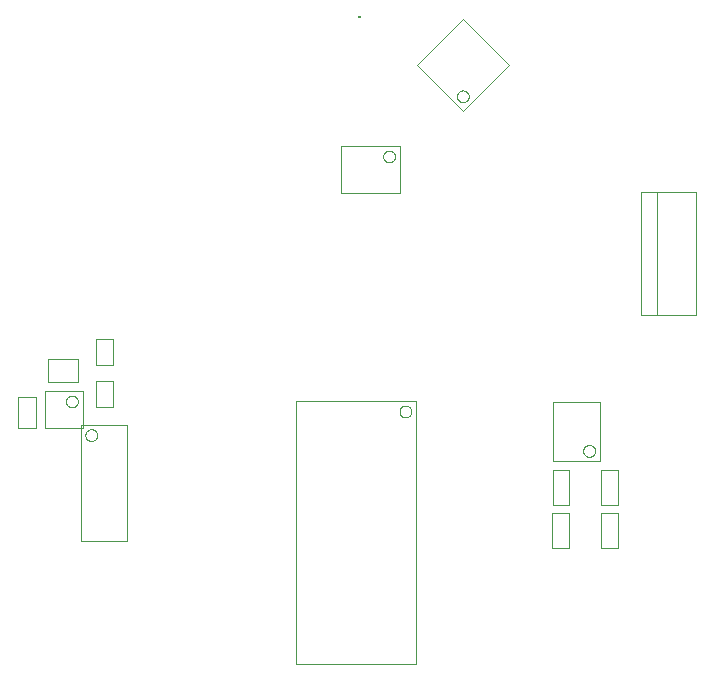
<source format=gbr>
%FSDAX24Y24*%
%MOIN*%
%SFA1B1*%

%IPPOS*%
%ADD63C,0.003900*%
%ADD67C,0.000000*%
%LNde-020717_mechanical_13-1*%
%LPD*%
G54D63*
X016825Y019738D02*
D01*
X016824Y019751*
X016823Y019765*
X016820Y019778*
X016817Y019792*
X016813Y019805*
X016807Y019818*
X016801Y019830*
X016795Y019842*
X016787Y019853*
X016778Y019864*
X016769Y019874*
X016759Y019884*
X016749Y019893*
X016738Y019901*
X016726Y019908*
X016714Y019915*
X016701Y019920*
X016688Y019925*
X016675Y019929*
X016662Y019932*
X016648Y019933*
X016634Y019934*
X016621*
X016607Y019933*
X016593Y019932*
X016580Y019929*
X016567Y019925*
X016554Y019920*
X016541Y019915*
X016529Y019908*
X016517Y019901*
X016506Y019893*
X016496Y019884*
X016486Y019874*
X016477Y019864*
X016468Y019853*
X016460Y019842*
X016454Y019830*
X016448Y019818*
X016442Y019805*
X016438Y019792*
X016435Y019778*
X016432Y019765*
X016431Y019751*
X016431Y019738*
X016431Y019724*
X016432Y019710*
X016435Y019697*
X016438Y019683*
X016442Y019670*
X016448Y019657*
X016454Y019645*
X016460Y019633*
X016468Y019622*
X016477Y019611*
X016486Y019601*
X016496Y019591*
X016506Y019582*
X016517Y019574*
X016529Y019567*
X016541Y019560*
X016554Y019555*
X016567Y019550*
X016580Y019546*
X016593Y019543*
X016607Y019542*
X016621Y019541*
X016634*
X016648Y019542*
X016662Y019543*
X016675Y019546*
X016688Y019550*
X016701Y019555*
X016714Y019560*
X016726Y019567*
X016738Y019574*
X016749Y019582*
X016759Y019591*
X016769Y019601*
X016778Y019611*
X016787Y019622*
X016795Y019633*
X016801Y019645*
X016807Y019657*
X016813Y019670*
X016817Y019683*
X016820Y019697*
X016823Y019710*
X016824Y019724*
X016825Y019738*
X014368Y017733D02*
D01*
X014367Y017746*
X014366Y017760*
X014363Y017773*
X014360Y017787*
X014356Y017800*
X014350Y017813*
X014344Y017825*
X014338Y017837*
X014330Y017848*
X014321Y017859*
X014312Y017869*
X014302Y017879*
X014292Y017888*
X014281Y017896*
X014269Y017903*
X014257Y017910*
X014244Y017915*
X014231Y017920*
X014218Y017924*
X014205Y017927*
X014191Y017928*
X014177Y017929*
X014164*
X014150Y017928*
X014136Y017927*
X014123Y017924*
X014110Y017920*
X014097Y017915*
X014084Y017910*
X014072Y017903*
X014060Y017896*
X014049Y017888*
X014039Y017879*
X014029Y017869*
X014020Y017859*
X014011Y017848*
X014003Y017837*
X013997Y017825*
X013991Y017813*
X013985Y017800*
X013981Y017787*
X013978Y017773*
X013975Y017760*
X013974Y017746*
X013974Y017733*
X013974Y017719*
X013975Y017705*
X013978Y017692*
X013981Y017678*
X013985Y017665*
X013991Y017652*
X013997Y017640*
X014003Y017628*
X014011Y017617*
X014020Y017606*
X014029Y017596*
X014039Y017586*
X014049Y017577*
X014060Y017569*
X014072Y017562*
X014084Y017555*
X014097Y017550*
X014110Y017545*
X014123Y017541*
X014136Y017538*
X014150Y017537*
X014164Y017536*
X014177*
X014191Y017537*
X014205Y017538*
X014218Y017541*
X014231Y017545*
X014244Y017550*
X014257Y017555*
X014269Y017562*
X014281Y017569*
X014292Y017577*
X014302Y017586*
X014312Y017596*
X014321Y017606*
X014330Y017617*
X014338Y017628*
X014344Y017640*
X014350Y017652*
X014356Y017665*
X014360Y017678*
X014363Y017692*
X014366Y017705*
X014367Y017719*
X014368Y017733*
X021035Y007920D02*
D01*
X021034Y007933*
X021033Y007947*
X021030Y007960*
X021027Y007974*
X021023Y007987*
X021017Y008000*
X021011Y008012*
X021005Y008024*
X020997Y008035*
X020988Y008046*
X020979Y008056*
X020969Y008066*
X020959Y008075*
X020948Y008083*
X020936Y008090*
X020924Y008097*
X020911Y008102*
X020898Y008107*
X020885Y008111*
X020872Y008114*
X020858Y008115*
X020844Y008116*
X020831*
X020817Y008115*
X020803Y008114*
X020790Y008111*
X020777Y008107*
X020764Y008102*
X020751Y008097*
X020739Y008090*
X020727Y008083*
X020716Y008075*
X020706Y008066*
X020696Y008056*
X020687Y008046*
X020678Y008035*
X020670Y008024*
X020664Y008012*
X020658Y008000*
X020652Y007987*
X020648Y007974*
X020645Y007960*
X020642Y007947*
X020641Y007933*
X020641Y007920*
X020641Y007906*
X020642Y007892*
X020645Y007879*
X020648Y007865*
X020652Y007852*
X020658Y007839*
X020664Y007827*
X020670Y007815*
X020678Y007804*
X020687Y007793*
X020696Y007783*
X020706Y007773*
X020716Y007764*
X020727Y007756*
X020739Y007749*
X020751Y007742*
X020764Y007737*
X020777Y007732*
X020790Y007728*
X020803Y007725*
X020817Y007724*
X020831Y007723*
X020844*
X020858Y007724*
X020872Y007725*
X020885Y007728*
X020898Y007732*
X020911Y007737*
X020924Y007742*
X020936Y007749*
X020948Y007756*
X020959Y007764*
X020969Y007773*
X020979Y007783*
X020988Y007793*
X020997Y007804*
X021005Y007815*
X021011Y007827*
X021017Y007839*
X021023Y007852*
X021027Y007865*
X021030Y007879*
X021033Y007892*
X021034Y007906*
X021035Y007920*
X004439Y008444D02*
D01*
X004438Y008457*
X004437Y008471*
X004434Y008484*
X004431Y008498*
X004427Y008511*
X004421Y008524*
X004415Y008536*
X004409Y008548*
X004401Y008559*
X004392Y008570*
X004383Y008580*
X004373Y008590*
X004363Y008599*
X004352Y008607*
X004340Y008614*
X004328Y008621*
X004315Y008626*
X004302Y008631*
X004289Y008635*
X004276Y008638*
X004262Y008639*
X004248Y008640*
X004235*
X004221Y008639*
X004207Y008638*
X004194Y008635*
X004181Y008631*
X004168Y008626*
X004155Y008621*
X004143Y008614*
X004131Y008607*
X004120Y008599*
X004110Y008590*
X004100Y008580*
X004091Y008570*
X004082Y008559*
X004074Y008548*
X004068Y008536*
X004062Y008524*
X004056Y008511*
X004052Y008498*
X004049Y008484*
X004046Y008471*
X004045Y008457*
X004045Y008444*
X004045Y008430*
X004046Y008416*
X004049Y008403*
X004052Y008389*
X004056Y008376*
X004062Y008363*
X004068Y008351*
X004074Y008339*
X004082Y008328*
X004091Y008317*
X004100Y008307*
X004110Y008297*
X004120Y008288*
X004131Y008280*
X004143Y008273*
X004155Y008266*
X004168Y008261*
X004181Y008256*
X004194Y008252*
X004207Y008249*
X004221Y008248*
X004235Y008247*
X004248*
X004262Y008248*
X004276Y008249*
X004289Y008252*
X004302Y008256*
X004315Y008261*
X004328Y008266*
X004340Y008273*
X004352Y008280*
X004363Y008288*
X004373Y008297*
X004383Y008307*
X004392Y008317*
X004401Y008328*
X004409Y008339*
X004415Y008351*
X004421Y008363*
X004427Y008376*
X004431Y008389*
X004434Y008403*
X004437Y008416*
X004438Y008430*
X004439Y008444*
X014910Y009235D02*
D01*
X014909Y009248*
X014908Y009262*
X014905Y009275*
X014902Y009289*
X014898Y009302*
X014892Y009315*
X014886Y009327*
X014880Y009339*
X014872Y009350*
X014863Y009361*
X014854Y009371*
X014844Y009381*
X014834Y009390*
X014823Y009398*
X014811Y009405*
X014799Y009412*
X014786Y009417*
X014773Y009422*
X014760Y009426*
X014747Y009429*
X014733Y009430*
X014719Y009431*
X014706*
X014692Y009430*
X014678Y009429*
X014665Y009426*
X014652Y009422*
X014639Y009417*
X014626Y009412*
X014614Y009405*
X014602Y009398*
X014591Y009390*
X014581Y009381*
X014571Y009371*
X014562Y009361*
X014553Y009350*
X014545Y009339*
X014539Y009327*
X014533Y009315*
X014527Y009302*
X014523Y009289*
X014520Y009275*
X014517Y009262*
X014516Y009248*
X014516Y009235*
X014516Y009221*
X014517Y009207*
X014520Y009194*
X014523Y009180*
X014527Y009167*
X014533Y009154*
X014539Y009142*
X014545Y009130*
X014553Y009119*
X014562Y009108*
X014571Y009098*
X014581Y009088*
X014591Y009079*
X014602Y009071*
X014614Y009064*
X014626Y009057*
X014639Y009052*
X014652Y009047*
X014665Y009043*
X014678Y009040*
X014692Y009039*
X014706Y009038*
X014719*
X014733Y009039*
X014747Y009040*
X014760Y009043*
X014773Y009047*
X014786Y009052*
X014799Y009057*
X014811Y009064*
X014823Y009071*
X014834Y009079*
X014844Y009088*
X014854Y009098*
X014863Y009108*
X014872Y009119*
X014880Y009130*
X014886Y009142*
X014892Y009154*
X014898Y009167*
X014902Y009180*
X014905Y009194*
X014908Y009207*
X014909Y009221*
X014910Y009235*
X003793Y009566D02*
D01*
X003792Y009579*
X003791Y009593*
X003788Y009606*
X003785Y009620*
X003781Y009633*
X003775Y009646*
X003769Y009658*
X003763Y009670*
X003755Y009681*
X003746Y009692*
X003737Y009702*
X003727Y009712*
X003717Y009721*
X003706Y009729*
X003694Y009736*
X003682Y009743*
X003669Y009748*
X003656Y009753*
X003643Y009757*
X003630Y009760*
X003616Y009761*
X003602Y009762*
X003589*
X003575Y009761*
X003561Y009760*
X003548Y009757*
X003535Y009753*
X003522Y009748*
X003509Y009743*
X003497Y009736*
X003485Y009729*
X003474Y009721*
X003464Y009712*
X003454Y009702*
X003445Y009692*
X003436Y009681*
X003428Y009670*
X003422Y009658*
X003416Y009646*
X003410Y009633*
X003406Y009620*
X003403Y009606*
X003400Y009593*
X003399Y009579*
X003399Y009566*
X003399Y009552*
X003400Y009538*
X003403Y009525*
X003406Y009511*
X003410Y009498*
X003416Y009485*
X003422Y009473*
X003428Y009461*
X003436Y009450*
X003445Y009439*
X003454Y009429*
X003464Y009419*
X003474Y009410*
X003485Y009402*
X003497Y009395*
X003509Y009388*
X003522Y009383*
X003535Y009378*
X003548Y009374*
X003561Y009371*
X003575Y009370*
X003589Y009369*
X003602*
X003616Y009370*
X003630Y009371*
X003643Y009374*
X003656Y009378*
X003669Y009383*
X003682Y009388*
X003694Y009395*
X003706Y009402*
X003717Y009410*
X003727Y009419*
X003737Y009429*
X003746Y009439*
X003755Y009450*
X003763Y009461*
X003769Y009473*
X003775Y009485*
X003781Y009498*
X003785Y009511*
X003788Y009525*
X003791Y009538*
X003792Y009552*
X003793Y009566*
X016628Y019237D02*
X018159Y020768D01*
X015097D02*
X016628Y022300D01*
X015097Y020768D02*
X016628Y019237D01*
Y022300D02*
X018159Y020768D01*
X012557Y016513D02*
Y018087D01*
X014526D02*
Y016513D01*
X012557D02*
X014526D01*
X012557Y018087D02*
X014526D01*
X019618Y009534D02*
X021193D01*
X019618Y007566D02*
X021193D01*
X019618D02*
Y009534D01*
X021193Y007566D02*
Y009534D01*
X004966Y009377D02*
Y010243D01*
X004414Y009377D02*
Y010243D01*
Y009377D02*
X004966D01*
X004414Y010243D02*
X004966D01*
X003887Y004901D02*
X005423D01*
X003887Y008799D02*
X005423D01*
Y004901D02*
Y008799D01*
X003887Y004901D02*
Y008799D01*
X004966Y010787D02*
Y011653D01*
X004414Y010787D02*
Y011653D01*
Y010787D02*
X004966D01*
X004414Y011653D02*
X004966D01*
X011052Y000810D02*
X015068D01*
X011052Y009590D02*
X015068D01*
X011052Y000810D02*
Y009590D01*
X015068Y000810D02*
Y009590D01*
X023090Y012453D02*
Y016547D01*
X022578Y012453D02*
X024389D01*
X022578Y016547D02*
Y012453D01*
Y016547D02*
X024389D01*
Y012453D01*
X002710Y008680D02*
X003950D01*
X002710Y009920D02*
X003950D01*
X002710Y008680D02*
Y009920D01*
X003950Y008680D02*
Y009920D01*
X021238Y006109D02*
X021789D01*
X021238Y007291D02*
X021789D01*
X021238Y006109D02*
Y007291D01*
X021789D02*
Y006109D01*
X021238Y004683D02*
X021789D01*
X021238Y005865D02*
X021789D01*
X021238D02*
Y004683D01*
X021789D02*
Y005865D01*
X019611Y004683D02*
X020162D01*
X019611Y005865D02*
X020162D01*
X019611Y004683D02*
Y005865D01*
X020162Y004683D02*
Y005865D01*
X019624Y006109D02*
X020176D01*
X019624Y007291D02*
X020176D01*
X019624D02*
Y006109D01*
X020176D02*
Y007291D01*
X002415Y009730D02*
Y008670D01*
X001785Y009730D02*
X002415D01*
X001785Y008670D02*
X002415D01*
X001785Y009730D02*
Y008670D01*
X003792Y010206D02*
Y010994D01*
X002808Y010206D02*
Y010994D01*
X003792*
X002808Y010206D02*
X003792D01*
G54D67*
X013205Y022402D02*
D01*
X013204Y022404*
X013204Y022406*
X013204Y022408*
X013203Y022410*
X013203Y022412*
X013202Y022414*
X013201Y022416*
X013200Y022417*
X013199Y022419*
X013197Y022421*
X013196Y022422*
X013195Y022424*
X013193Y022425*
X013191Y022426*
X013190Y022427*
X013188Y022428*
X013186Y022429*
X013184Y022430*
X013182Y022431*
X013180Y022431*
X013178Y022431*
X013176Y022431*
X013173*
X013171Y022431*
X013169Y022431*
X013167Y022431*
X013165Y022430*
X013163Y022429*
X013161Y022428*
X013160Y022427*
X013158Y022426*
X013156Y022425*
X013154Y022424*
X013153Y022422*
X013152Y022421*
X013150Y022419*
X013149Y022417*
X013148Y022416*
X013147Y022414*
X013146Y022412*
X013146Y022410*
X013145Y022408*
X013145Y022406*
X013145Y022404*
X013145Y022402*
X013145Y022399*
X013145Y022397*
X013145Y022395*
X013146Y022393*
X013146Y022391*
X013147Y022389*
X013148Y022387*
X013149Y022386*
X013150Y022384*
X013152Y022382*
X013153Y022381*
X013154Y022379*
X013156Y022378*
X013158Y022377*
X013160Y022376*
X013161Y022375*
X013163Y022374*
X013165Y022373*
X013167Y022372*
X013169Y022372*
X013171Y022372*
X013173Y022372*
X013176*
X013178Y022372*
X013180Y022372*
X013182Y022372*
X013184Y022373*
X013186Y022374*
X013188Y022375*
X013190Y022376*
X013191Y022377*
X013193Y022378*
X013195Y022379*
X013196Y022381*
X013197Y022382*
X013199Y022384*
X013200Y022386*
X013201Y022387*
X013202Y022389*
X013203Y022391*
X013203Y022393*
X013204Y022395*
X013204Y022397*
X013204Y022399*
X013205Y022402*
M02*
</source>
